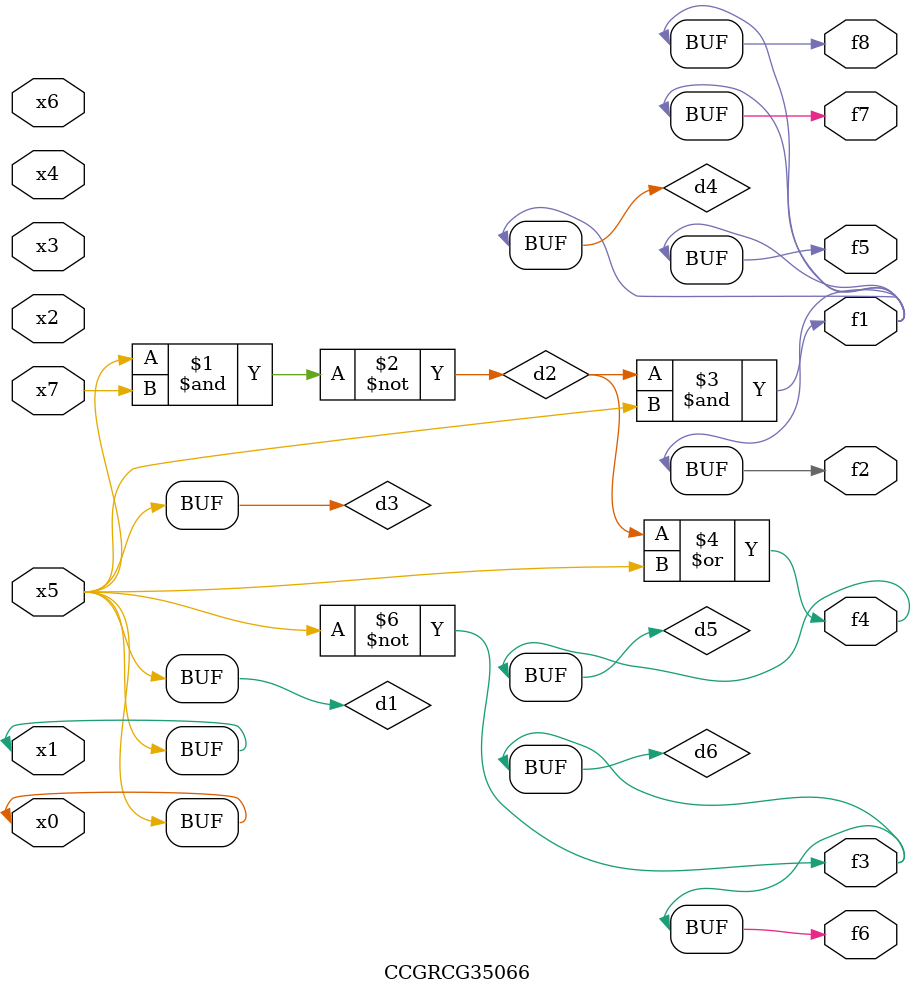
<source format=v>
module CCGRCG35066(
	input x0, x1, x2, x3, x4, x5, x6, x7,
	output f1, f2, f3, f4, f5, f6, f7, f8
);

	wire d1, d2, d3, d4, d5, d6;

	buf (d1, x0, x5);
	nand (d2, x5, x7);
	buf (d3, x0, x1);
	and (d4, d2, d3);
	or (d5, d2, d3);
	nor (d6, d1, d3);
	assign f1 = d4;
	assign f2 = d4;
	assign f3 = d6;
	assign f4 = d5;
	assign f5 = d4;
	assign f6 = d6;
	assign f7 = d4;
	assign f8 = d4;
endmodule

</source>
